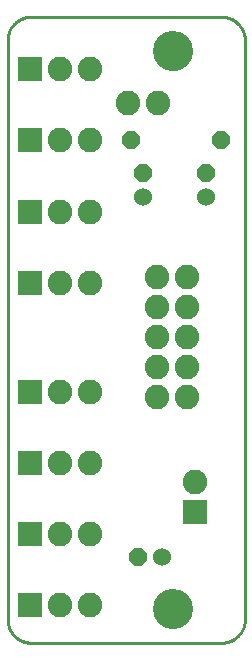
<source format=gbs>
G75*
%MOIN*%
%OFA0B0*%
%FSLAX25Y25*%
%IPPOS*%
%LPD*%
%AMOC8*
5,1,8,0,0,1.08239X$1,22.5*
%
%ADD10C,0.00000*%
%ADD11C,0.13398*%
%ADD12C,0.01000*%
%ADD13R,0.08200X0.08200*%
%ADD14C,0.08200*%
%ADD15OC8,0.06000*%
%ADD16C,0.06000*%
D10*
X0060569Y0023167D02*
X0060571Y0023325D01*
X0060577Y0023483D01*
X0060587Y0023641D01*
X0060601Y0023799D01*
X0060619Y0023956D01*
X0060640Y0024113D01*
X0060666Y0024269D01*
X0060696Y0024425D01*
X0060729Y0024580D01*
X0060767Y0024733D01*
X0060808Y0024886D01*
X0060853Y0025038D01*
X0060902Y0025189D01*
X0060955Y0025338D01*
X0061011Y0025486D01*
X0061071Y0025632D01*
X0061135Y0025777D01*
X0061203Y0025920D01*
X0061274Y0026062D01*
X0061348Y0026202D01*
X0061426Y0026339D01*
X0061508Y0026475D01*
X0061592Y0026609D01*
X0061681Y0026740D01*
X0061772Y0026869D01*
X0061867Y0026996D01*
X0061964Y0027121D01*
X0062065Y0027243D01*
X0062169Y0027362D01*
X0062276Y0027479D01*
X0062386Y0027593D01*
X0062499Y0027704D01*
X0062614Y0027813D01*
X0062732Y0027918D01*
X0062853Y0028020D01*
X0062976Y0028120D01*
X0063102Y0028216D01*
X0063230Y0028309D01*
X0063360Y0028399D01*
X0063493Y0028485D01*
X0063628Y0028569D01*
X0063764Y0028648D01*
X0063903Y0028725D01*
X0064044Y0028797D01*
X0064186Y0028867D01*
X0064330Y0028932D01*
X0064476Y0028994D01*
X0064623Y0029052D01*
X0064772Y0029107D01*
X0064922Y0029158D01*
X0065073Y0029205D01*
X0065225Y0029248D01*
X0065378Y0029287D01*
X0065533Y0029323D01*
X0065688Y0029354D01*
X0065844Y0029382D01*
X0066000Y0029406D01*
X0066157Y0029426D01*
X0066315Y0029442D01*
X0066472Y0029454D01*
X0066631Y0029462D01*
X0066789Y0029466D01*
X0066947Y0029466D01*
X0067105Y0029462D01*
X0067264Y0029454D01*
X0067421Y0029442D01*
X0067579Y0029426D01*
X0067736Y0029406D01*
X0067892Y0029382D01*
X0068048Y0029354D01*
X0068203Y0029323D01*
X0068358Y0029287D01*
X0068511Y0029248D01*
X0068663Y0029205D01*
X0068814Y0029158D01*
X0068964Y0029107D01*
X0069113Y0029052D01*
X0069260Y0028994D01*
X0069406Y0028932D01*
X0069550Y0028867D01*
X0069692Y0028797D01*
X0069833Y0028725D01*
X0069972Y0028648D01*
X0070108Y0028569D01*
X0070243Y0028485D01*
X0070376Y0028399D01*
X0070506Y0028309D01*
X0070634Y0028216D01*
X0070760Y0028120D01*
X0070883Y0028020D01*
X0071004Y0027918D01*
X0071122Y0027813D01*
X0071237Y0027704D01*
X0071350Y0027593D01*
X0071460Y0027479D01*
X0071567Y0027362D01*
X0071671Y0027243D01*
X0071772Y0027121D01*
X0071869Y0026996D01*
X0071964Y0026869D01*
X0072055Y0026740D01*
X0072144Y0026609D01*
X0072228Y0026475D01*
X0072310Y0026339D01*
X0072388Y0026202D01*
X0072462Y0026062D01*
X0072533Y0025920D01*
X0072601Y0025777D01*
X0072665Y0025632D01*
X0072725Y0025486D01*
X0072781Y0025338D01*
X0072834Y0025189D01*
X0072883Y0025038D01*
X0072928Y0024886D01*
X0072969Y0024733D01*
X0073007Y0024580D01*
X0073040Y0024425D01*
X0073070Y0024269D01*
X0073096Y0024113D01*
X0073117Y0023956D01*
X0073135Y0023799D01*
X0073149Y0023641D01*
X0073159Y0023483D01*
X0073165Y0023325D01*
X0073167Y0023167D01*
X0073165Y0023009D01*
X0073159Y0022851D01*
X0073149Y0022693D01*
X0073135Y0022535D01*
X0073117Y0022378D01*
X0073096Y0022221D01*
X0073070Y0022065D01*
X0073040Y0021909D01*
X0073007Y0021754D01*
X0072969Y0021601D01*
X0072928Y0021448D01*
X0072883Y0021296D01*
X0072834Y0021145D01*
X0072781Y0020996D01*
X0072725Y0020848D01*
X0072665Y0020702D01*
X0072601Y0020557D01*
X0072533Y0020414D01*
X0072462Y0020272D01*
X0072388Y0020132D01*
X0072310Y0019995D01*
X0072228Y0019859D01*
X0072144Y0019725D01*
X0072055Y0019594D01*
X0071964Y0019465D01*
X0071869Y0019338D01*
X0071772Y0019213D01*
X0071671Y0019091D01*
X0071567Y0018972D01*
X0071460Y0018855D01*
X0071350Y0018741D01*
X0071237Y0018630D01*
X0071122Y0018521D01*
X0071004Y0018416D01*
X0070883Y0018314D01*
X0070760Y0018214D01*
X0070634Y0018118D01*
X0070506Y0018025D01*
X0070376Y0017935D01*
X0070243Y0017849D01*
X0070108Y0017765D01*
X0069972Y0017686D01*
X0069833Y0017609D01*
X0069692Y0017537D01*
X0069550Y0017467D01*
X0069406Y0017402D01*
X0069260Y0017340D01*
X0069113Y0017282D01*
X0068964Y0017227D01*
X0068814Y0017176D01*
X0068663Y0017129D01*
X0068511Y0017086D01*
X0068358Y0017047D01*
X0068203Y0017011D01*
X0068048Y0016980D01*
X0067892Y0016952D01*
X0067736Y0016928D01*
X0067579Y0016908D01*
X0067421Y0016892D01*
X0067264Y0016880D01*
X0067105Y0016872D01*
X0066947Y0016868D01*
X0066789Y0016868D01*
X0066631Y0016872D01*
X0066472Y0016880D01*
X0066315Y0016892D01*
X0066157Y0016908D01*
X0066000Y0016928D01*
X0065844Y0016952D01*
X0065688Y0016980D01*
X0065533Y0017011D01*
X0065378Y0017047D01*
X0065225Y0017086D01*
X0065073Y0017129D01*
X0064922Y0017176D01*
X0064772Y0017227D01*
X0064623Y0017282D01*
X0064476Y0017340D01*
X0064330Y0017402D01*
X0064186Y0017467D01*
X0064044Y0017537D01*
X0063903Y0017609D01*
X0063764Y0017686D01*
X0063628Y0017765D01*
X0063493Y0017849D01*
X0063360Y0017935D01*
X0063230Y0018025D01*
X0063102Y0018118D01*
X0062976Y0018214D01*
X0062853Y0018314D01*
X0062732Y0018416D01*
X0062614Y0018521D01*
X0062499Y0018630D01*
X0062386Y0018741D01*
X0062276Y0018855D01*
X0062169Y0018972D01*
X0062065Y0019091D01*
X0061964Y0019213D01*
X0061867Y0019338D01*
X0061772Y0019465D01*
X0061681Y0019594D01*
X0061592Y0019725D01*
X0061508Y0019859D01*
X0061426Y0019995D01*
X0061348Y0020132D01*
X0061274Y0020272D01*
X0061203Y0020414D01*
X0061135Y0020557D01*
X0061071Y0020702D01*
X0061011Y0020848D01*
X0060955Y0020996D01*
X0060902Y0021145D01*
X0060853Y0021296D01*
X0060808Y0021448D01*
X0060767Y0021601D01*
X0060729Y0021754D01*
X0060696Y0021909D01*
X0060666Y0022065D01*
X0060640Y0022221D01*
X0060619Y0022378D01*
X0060601Y0022535D01*
X0060587Y0022693D01*
X0060577Y0022851D01*
X0060571Y0023009D01*
X0060569Y0023167D01*
X0060569Y0208994D02*
X0060571Y0209152D01*
X0060577Y0209310D01*
X0060587Y0209468D01*
X0060601Y0209626D01*
X0060619Y0209783D01*
X0060640Y0209940D01*
X0060666Y0210096D01*
X0060696Y0210252D01*
X0060729Y0210407D01*
X0060767Y0210560D01*
X0060808Y0210713D01*
X0060853Y0210865D01*
X0060902Y0211016D01*
X0060955Y0211165D01*
X0061011Y0211313D01*
X0061071Y0211459D01*
X0061135Y0211604D01*
X0061203Y0211747D01*
X0061274Y0211889D01*
X0061348Y0212029D01*
X0061426Y0212166D01*
X0061508Y0212302D01*
X0061592Y0212436D01*
X0061681Y0212567D01*
X0061772Y0212696D01*
X0061867Y0212823D01*
X0061964Y0212948D01*
X0062065Y0213070D01*
X0062169Y0213189D01*
X0062276Y0213306D01*
X0062386Y0213420D01*
X0062499Y0213531D01*
X0062614Y0213640D01*
X0062732Y0213745D01*
X0062853Y0213847D01*
X0062976Y0213947D01*
X0063102Y0214043D01*
X0063230Y0214136D01*
X0063360Y0214226D01*
X0063493Y0214312D01*
X0063628Y0214396D01*
X0063764Y0214475D01*
X0063903Y0214552D01*
X0064044Y0214624D01*
X0064186Y0214694D01*
X0064330Y0214759D01*
X0064476Y0214821D01*
X0064623Y0214879D01*
X0064772Y0214934D01*
X0064922Y0214985D01*
X0065073Y0215032D01*
X0065225Y0215075D01*
X0065378Y0215114D01*
X0065533Y0215150D01*
X0065688Y0215181D01*
X0065844Y0215209D01*
X0066000Y0215233D01*
X0066157Y0215253D01*
X0066315Y0215269D01*
X0066472Y0215281D01*
X0066631Y0215289D01*
X0066789Y0215293D01*
X0066947Y0215293D01*
X0067105Y0215289D01*
X0067264Y0215281D01*
X0067421Y0215269D01*
X0067579Y0215253D01*
X0067736Y0215233D01*
X0067892Y0215209D01*
X0068048Y0215181D01*
X0068203Y0215150D01*
X0068358Y0215114D01*
X0068511Y0215075D01*
X0068663Y0215032D01*
X0068814Y0214985D01*
X0068964Y0214934D01*
X0069113Y0214879D01*
X0069260Y0214821D01*
X0069406Y0214759D01*
X0069550Y0214694D01*
X0069692Y0214624D01*
X0069833Y0214552D01*
X0069972Y0214475D01*
X0070108Y0214396D01*
X0070243Y0214312D01*
X0070376Y0214226D01*
X0070506Y0214136D01*
X0070634Y0214043D01*
X0070760Y0213947D01*
X0070883Y0213847D01*
X0071004Y0213745D01*
X0071122Y0213640D01*
X0071237Y0213531D01*
X0071350Y0213420D01*
X0071460Y0213306D01*
X0071567Y0213189D01*
X0071671Y0213070D01*
X0071772Y0212948D01*
X0071869Y0212823D01*
X0071964Y0212696D01*
X0072055Y0212567D01*
X0072144Y0212436D01*
X0072228Y0212302D01*
X0072310Y0212166D01*
X0072388Y0212029D01*
X0072462Y0211889D01*
X0072533Y0211747D01*
X0072601Y0211604D01*
X0072665Y0211459D01*
X0072725Y0211313D01*
X0072781Y0211165D01*
X0072834Y0211016D01*
X0072883Y0210865D01*
X0072928Y0210713D01*
X0072969Y0210560D01*
X0073007Y0210407D01*
X0073040Y0210252D01*
X0073070Y0210096D01*
X0073096Y0209940D01*
X0073117Y0209783D01*
X0073135Y0209626D01*
X0073149Y0209468D01*
X0073159Y0209310D01*
X0073165Y0209152D01*
X0073167Y0208994D01*
X0073165Y0208836D01*
X0073159Y0208678D01*
X0073149Y0208520D01*
X0073135Y0208362D01*
X0073117Y0208205D01*
X0073096Y0208048D01*
X0073070Y0207892D01*
X0073040Y0207736D01*
X0073007Y0207581D01*
X0072969Y0207428D01*
X0072928Y0207275D01*
X0072883Y0207123D01*
X0072834Y0206972D01*
X0072781Y0206823D01*
X0072725Y0206675D01*
X0072665Y0206529D01*
X0072601Y0206384D01*
X0072533Y0206241D01*
X0072462Y0206099D01*
X0072388Y0205959D01*
X0072310Y0205822D01*
X0072228Y0205686D01*
X0072144Y0205552D01*
X0072055Y0205421D01*
X0071964Y0205292D01*
X0071869Y0205165D01*
X0071772Y0205040D01*
X0071671Y0204918D01*
X0071567Y0204799D01*
X0071460Y0204682D01*
X0071350Y0204568D01*
X0071237Y0204457D01*
X0071122Y0204348D01*
X0071004Y0204243D01*
X0070883Y0204141D01*
X0070760Y0204041D01*
X0070634Y0203945D01*
X0070506Y0203852D01*
X0070376Y0203762D01*
X0070243Y0203676D01*
X0070108Y0203592D01*
X0069972Y0203513D01*
X0069833Y0203436D01*
X0069692Y0203364D01*
X0069550Y0203294D01*
X0069406Y0203229D01*
X0069260Y0203167D01*
X0069113Y0203109D01*
X0068964Y0203054D01*
X0068814Y0203003D01*
X0068663Y0202956D01*
X0068511Y0202913D01*
X0068358Y0202874D01*
X0068203Y0202838D01*
X0068048Y0202807D01*
X0067892Y0202779D01*
X0067736Y0202755D01*
X0067579Y0202735D01*
X0067421Y0202719D01*
X0067264Y0202707D01*
X0067105Y0202699D01*
X0066947Y0202695D01*
X0066789Y0202695D01*
X0066631Y0202699D01*
X0066472Y0202707D01*
X0066315Y0202719D01*
X0066157Y0202735D01*
X0066000Y0202755D01*
X0065844Y0202779D01*
X0065688Y0202807D01*
X0065533Y0202838D01*
X0065378Y0202874D01*
X0065225Y0202913D01*
X0065073Y0202956D01*
X0064922Y0203003D01*
X0064772Y0203054D01*
X0064623Y0203109D01*
X0064476Y0203167D01*
X0064330Y0203229D01*
X0064186Y0203294D01*
X0064044Y0203364D01*
X0063903Y0203436D01*
X0063764Y0203513D01*
X0063628Y0203592D01*
X0063493Y0203676D01*
X0063360Y0203762D01*
X0063230Y0203852D01*
X0063102Y0203945D01*
X0062976Y0204041D01*
X0062853Y0204141D01*
X0062732Y0204243D01*
X0062614Y0204348D01*
X0062499Y0204457D01*
X0062386Y0204568D01*
X0062276Y0204682D01*
X0062169Y0204799D01*
X0062065Y0204918D01*
X0061964Y0205040D01*
X0061867Y0205165D01*
X0061772Y0205292D01*
X0061681Y0205421D01*
X0061592Y0205552D01*
X0061508Y0205686D01*
X0061426Y0205822D01*
X0061348Y0205959D01*
X0061274Y0206099D01*
X0061203Y0206241D01*
X0061135Y0206384D01*
X0061071Y0206529D01*
X0061011Y0206675D01*
X0060955Y0206823D01*
X0060902Y0206972D01*
X0060853Y0207123D01*
X0060808Y0207275D01*
X0060767Y0207428D01*
X0060729Y0207581D01*
X0060696Y0207736D01*
X0060666Y0207892D01*
X0060640Y0208048D01*
X0060619Y0208205D01*
X0060601Y0208362D01*
X0060587Y0208520D01*
X0060577Y0208678D01*
X0060571Y0208836D01*
X0060569Y0208994D01*
D11*
X0066868Y0208994D03*
X0066868Y0023167D03*
D12*
X0011750Y0019624D02*
X0011750Y0212537D01*
X0011752Y0212727D01*
X0011759Y0212917D01*
X0011771Y0213107D01*
X0011787Y0213297D01*
X0011807Y0213486D01*
X0011833Y0213675D01*
X0011862Y0213863D01*
X0011897Y0214050D01*
X0011936Y0214236D01*
X0011979Y0214421D01*
X0012027Y0214606D01*
X0012079Y0214789D01*
X0012135Y0214970D01*
X0012196Y0215150D01*
X0012262Y0215329D01*
X0012331Y0215506D01*
X0012405Y0215682D01*
X0012483Y0215855D01*
X0012566Y0216027D01*
X0012652Y0216196D01*
X0012742Y0216364D01*
X0012837Y0216529D01*
X0012935Y0216692D01*
X0013038Y0216852D01*
X0013144Y0217010D01*
X0013254Y0217165D01*
X0013367Y0217318D01*
X0013485Y0217468D01*
X0013606Y0217614D01*
X0013730Y0217758D01*
X0013858Y0217899D01*
X0013989Y0218037D01*
X0014124Y0218172D01*
X0014262Y0218303D01*
X0014403Y0218431D01*
X0014547Y0218555D01*
X0014693Y0218676D01*
X0014843Y0218794D01*
X0014996Y0218907D01*
X0015151Y0219017D01*
X0015309Y0219123D01*
X0015469Y0219226D01*
X0015632Y0219324D01*
X0015797Y0219419D01*
X0015965Y0219509D01*
X0016134Y0219595D01*
X0016306Y0219678D01*
X0016479Y0219756D01*
X0016655Y0219830D01*
X0016832Y0219899D01*
X0017011Y0219965D01*
X0017191Y0220026D01*
X0017372Y0220082D01*
X0017555Y0220134D01*
X0017740Y0220182D01*
X0017925Y0220225D01*
X0018111Y0220264D01*
X0018298Y0220299D01*
X0018486Y0220328D01*
X0018675Y0220354D01*
X0018864Y0220374D01*
X0019054Y0220390D01*
X0019244Y0220402D01*
X0019434Y0220409D01*
X0019624Y0220411D01*
X0082990Y0220411D01*
X0083180Y0220409D01*
X0083370Y0220402D01*
X0083560Y0220390D01*
X0083750Y0220374D01*
X0083939Y0220354D01*
X0084128Y0220328D01*
X0084316Y0220299D01*
X0084503Y0220264D01*
X0084689Y0220225D01*
X0084874Y0220182D01*
X0085059Y0220134D01*
X0085242Y0220082D01*
X0085423Y0220026D01*
X0085603Y0219965D01*
X0085782Y0219899D01*
X0085959Y0219830D01*
X0086135Y0219756D01*
X0086308Y0219678D01*
X0086480Y0219595D01*
X0086649Y0219509D01*
X0086817Y0219419D01*
X0086982Y0219324D01*
X0087145Y0219226D01*
X0087305Y0219123D01*
X0087463Y0219017D01*
X0087618Y0218907D01*
X0087771Y0218794D01*
X0087921Y0218676D01*
X0088067Y0218555D01*
X0088211Y0218431D01*
X0088352Y0218303D01*
X0088490Y0218172D01*
X0088625Y0218037D01*
X0088756Y0217899D01*
X0088884Y0217758D01*
X0089008Y0217614D01*
X0089129Y0217468D01*
X0089247Y0217318D01*
X0089360Y0217165D01*
X0089470Y0217010D01*
X0089576Y0216852D01*
X0089679Y0216692D01*
X0089777Y0216529D01*
X0089872Y0216364D01*
X0089962Y0216196D01*
X0090048Y0216027D01*
X0090131Y0215855D01*
X0090209Y0215682D01*
X0090283Y0215506D01*
X0090352Y0215329D01*
X0090418Y0215150D01*
X0090479Y0214970D01*
X0090535Y0214789D01*
X0090587Y0214606D01*
X0090635Y0214421D01*
X0090678Y0214236D01*
X0090717Y0214050D01*
X0090752Y0213863D01*
X0090781Y0213675D01*
X0090807Y0213486D01*
X0090827Y0213297D01*
X0090843Y0213107D01*
X0090855Y0212917D01*
X0090862Y0212727D01*
X0090864Y0212537D01*
X0090864Y0019624D01*
X0090862Y0019434D01*
X0090855Y0019244D01*
X0090843Y0019054D01*
X0090827Y0018864D01*
X0090807Y0018675D01*
X0090781Y0018486D01*
X0090752Y0018298D01*
X0090717Y0018111D01*
X0090678Y0017925D01*
X0090635Y0017740D01*
X0090587Y0017555D01*
X0090535Y0017372D01*
X0090479Y0017191D01*
X0090418Y0017011D01*
X0090352Y0016832D01*
X0090283Y0016655D01*
X0090209Y0016479D01*
X0090131Y0016306D01*
X0090048Y0016134D01*
X0089962Y0015965D01*
X0089872Y0015797D01*
X0089777Y0015632D01*
X0089679Y0015469D01*
X0089576Y0015309D01*
X0089470Y0015151D01*
X0089360Y0014996D01*
X0089247Y0014843D01*
X0089129Y0014693D01*
X0089008Y0014547D01*
X0088884Y0014403D01*
X0088756Y0014262D01*
X0088625Y0014124D01*
X0088490Y0013989D01*
X0088352Y0013858D01*
X0088211Y0013730D01*
X0088067Y0013606D01*
X0087921Y0013485D01*
X0087771Y0013367D01*
X0087618Y0013254D01*
X0087463Y0013144D01*
X0087305Y0013038D01*
X0087145Y0012935D01*
X0086982Y0012837D01*
X0086817Y0012742D01*
X0086649Y0012652D01*
X0086480Y0012566D01*
X0086308Y0012483D01*
X0086135Y0012405D01*
X0085959Y0012331D01*
X0085782Y0012262D01*
X0085603Y0012196D01*
X0085423Y0012135D01*
X0085242Y0012079D01*
X0085059Y0012027D01*
X0084874Y0011979D01*
X0084689Y0011936D01*
X0084503Y0011897D01*
X0084316Y0011862D01*
X0084128Y0011833D01*
X0083939Y0011807D01*
X0083750Y0011787D01*
X0083560Y0011771D01*
X0083370Y0011759D01*
X0083180Y0011752D01*
X0082990Y0011750D01*
X0019624Y0011750D01*
X0019434Y0011752D01*
X0019244Y0011759D01*
X0019054Y0011771D01*
X0018864Y0011787D01*
X0018675Y0011807D01*
X0018486Y0011833D01*
X0018298Y0011862D01*
X0018111Y0011897D01*
X0017925Y0011936D01*
X0017740Y0011979D01*
X0017555Y0012027D01*
X0017372Y0012079D01*
X0017191Y0012135D01*
X0017011Y0012196D01*
X0016832Y0012262D01*
X0016655Y0012331D01*
X0016479Y0012405D01*
X0016306Y0012483D01*
X0016134Y0012566D01*
X0015965Y0012652D01*
X0015797Y0012742D01*
X0015632Y0012837D01*
X0015469Y0012935D01*
X0015309Y0013038D01*
X0015151Y0013144D01*
X0014996Y0013254D01*
X0014843Y0013367D01*
X0014693Y0013485D01*
X0014547Y0013606D01*
X0014403Y0013730D01*
X0014262Y0013858D01*
X0014124Y0013989D01*
X0013989Y0014124D01*
X0013858Y0014262D01*
X0013730Y0014403D01*
X0013606Y0014547D01*
X0013485Y0014693D01*
X0013367Y0014843D01*
X0013254Y0014996D01*
X0013144Y0015151D01*
X0013038Y0015309D01*
X0012935Y0015469D01*
X0012837Y0015632D01*
X0012742Y0015797D01*
X0012652Y0015965D01*
X0012566Y0016134D01*
X0012483Y0016306D01*
X0012405Y0016479D01*
X0012331Y0016655D01*
X0012262Y0016832D01*
X0012196Y0017011D01*
X0012135Y0017191D01*
X0012079Y0017372D01*
X0012027Y0017555D01*
X0011979Y0017740D01*
X0011936Y0017925D01*
X0011897Y0018111D01*
X0011862Y0018298D01*
X0011833Y0018486D01*
X0011807Y0018675D01*
X0011787Y0018864D01*
X0011771Y0019054D01*
X0011759Y0019244D01*
X0011752Y0019434D01*
X0011750Y0019624D01*
D13*
X0019250Y0024252D03*
X0019250Y0048002D03*
X0019250Y0071752D03*
X0019250Y0095502D03*
X0019250Y0131752D03*
X0019250Y0155502D03*
X0019250Y0179252D03*
X0019250Y0203002D03*
X0074250Y0055500D03*
D14*
X0074250Y0065500D03*
X0071537Y0093569D03*
X0071537Y0103569D03*
X0071537Y0113569D03*
X0071537Y0123569D03*
X0071537Y0133569D03*
X0061537Y0133569D03*
X0061537Y0123569D03*
X0061537Y0113569D03*
X0061537Y0103569D03*
X0061537Y0093569D03*
X0039250Y0095502D03*
X0029250Y0095502D03*
X0029250Y0071752D03*
X0039250Y0071752D03*
X0039250Y0048002D03*
X0029250Y0048002D03*
X0029250Y0024252D03*
X0039250Y0024252D03*
X0039250Y0131752D03*
X0029250Y0131752D03*
X0029250Y0155502D03*
X0039250Y0155502D03*
X0039250Y0179252D03*
X0029250Y0179252D03*
X0029250Y0203002D03*
X0039250Y0203002D03*
X0051750Y0191750D03*
X0061750Y0191750D03*
D15*
X0053000Y0179250D03*
X0056748Y0168250D03*
X0077998Y0168250D03*
X0083000Y0179250D03*
X0055248Y0040500D03*
D16*
X0063248Y0040500D03*
X0056748Y0160250D03*
X0077998Y0160250D03*
M02*

</source>
